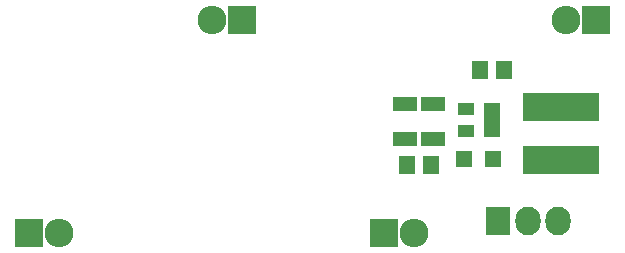
<source format=gbr>
G04 #@! TF.FileFunction,Soldermask,Top*
%FSLAX46Y46*%
G04 Gerber Fmt 4.6, Leading zero omitted, Abs format (unit mm)*
G04 Created by KiCad (PCBNEW 4.0.4-stable) date 12/28/16 17:41:51*
%MOMM*%
%LPD*%
G01*
G04 APERTURE LIST*
%ADD10C,0.100000*%
%ADD11R,2.432000X2.432000*%
%ADD12O,2.432000X2.432000*%
%ADD13R,1.400000X1.650000*%
%ADD14R,1.400000X1.400000*%
%ADD15R,6.400000X2.400000*%
%ADD16R,2.127200X2.432000*%
%ADD17O,2.127200X2.432000*%
%ADD18R,1.460000X1.050000*%
%ADD19R,2.100000X1.300000*%
G04 APERTURE END LIST*
D10*
D11*
X91000000Y-109000000D03*
D12*
X93540000Y-109000000D03*
D11*
X109000000Y-91000000D03*
D12*
X106460000Y-91000000D03*
D13*
X129200000Y-95200000D03*
X131200000Y-95200000D03*
X125000000Y-103250000D03*
X123000000Y-103250000D03*
D14*
X127800000Y-102750000D03*
X130300000Y-102750000D03*
D15*
X136000000Y-98350000D03*
X136000000Y-102850000D03*
D16*
X130660000Y-108000000D03*
D17*
X133200000Y-108000000D03*
X135740000Y-108000000D03*
D18*
X130150000Y-100434286D03*
X130150000Y-99484286D03*
X130150000Y-98534286D03*
X127950000Y-98534286D03*
X127950000Y-100434286D03*
D11*
X121000000Y-109000000D03*
D12*
X123540000Y-109000000D03*
D11*
X139000000Y-91000000D03*
D12*
X136460000Y-91000000D03*
D19*
X122800000Y-101050000D03*
X122800000Y-98150000D03*
X125200000Y-101050000D03*
X125200000Y-98150000D03*
M02*

</source>
